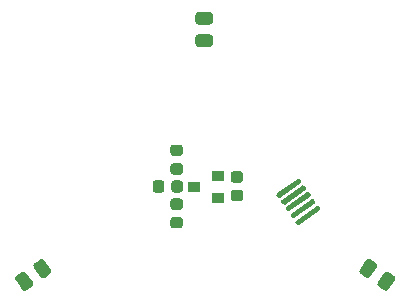
<source format=gbs>
G04 #@! TF.GenerationSoftware,KiCad,Pcbnew,(5.1.6)-1*
G04 #@! TF.CreationDate,2020-12-22T11:04:26+08:00*
G04 #@! TF.ProjectId,LED_A1.0,4c45445f-4131-42e3-902e-6b696361645f,rev?*
G04 #@! TF.SameCoordinates,Original*
G04 #@! TF.FileFunction,Soldermask,Bot*
G04 #@! TF.FilePolarity,Negative*
%FSLAX46Y46*%
G04 Gerber Fmt 4.6, Leading zero omitted, Abs format (unit mm)*
G04 Created by KiCad (PCBNEW (5.1.6)-1) date 2020-12-22 11:04:26*
%MOMM*%
%LPD*%
G01*
G04 APERTURE LIST*
%ADD10R,1.000000X0.900000*%
G04 APERTURE END LIST*
G36*
G01*
X33570900Y-29347850D02*
X33570900Y-29910350D01*
G75*
G02*
X33327150Y-30154100I-243750J0D01*
G01*
X32839650Y-30154100D01*
G75*
G02*
X32595900Y-29910350I0J243750D01*
G01*
X32595900Y-29347850D01*
G75*
G02*
X32839650Y-29104100I243750J0D01*
G01*
X33327150Y-29104100D01*
G75*
G02*
X33570900Y-29347850I0J-243750D01*
G01*
G37*
G36*
G01*
X35145900Y-29347850D02*
X35145900Y-29910350D01*
G75*
G02*
X34902150Y-30154100I-243750J0D01*
G01*
X34414650Y-30154100D01*
G75*
G02*
X34170900Y-29910350I0J243750D01*
G01*
X34170900Y-29347850D01*
G75*
G02*
X34414650Y-29104100I243750J0D01*
G01*
X34902150Y-29104100D01*
G75*
G02*
X35145900Y-29347850I0J-243750D01*
G01*
G37*
G36*
G01*
X34901450Y-27055800D02*
X34338950Y-27055800D01*
G75*
G02*
X34095200Y-26812050I0J243750D01*
G01*
X34095200Y-26324550D01*
G75*
G02*
X34338950Y-26080800I243750J0D01*
G01*
X34901450Y-26080800D01*
G75*
G02*
X35145200Y-26324550I0J-243750D01*
G01*
X35145200Y-26812050D01*
G75*
G02*
X34901450Y-27055800I-243750J0D01*
G01*
G37*
G36*
G01*
X34901450Y-28630800D02*
X34338950Y-28630800D01*
G75*
G02*
X34095200Y-28387050I0J243750D01*
G01*
X34095200Y-27899550D01*
G75*
G02*
X34338950Y-27655800I243750J0D01*
G01*
X34901450Y-27655800D01*
G75*
G02*
X35145200Y-27899550I0J-243750D01*
G01*
X35145200Y-28387050D01*
G75*
G02*
X34901450Y-28630800I-243750J0D01*
G01*
G37*
G36*
G01*
X34338950Y-32202400D02*
X34901450Y-32202400D01*
G75*
G02*
X35145200Y-32446150I0J-243750D01*
G01*
X35145200Y-32933650D01*
G75*
G02*
X34901450Y-33177400I-243750J0D01*
G01*
X34338950Y-33177400D01*
G75*
G02*
X34095200Y-32933650I0J243750D01*
G01*
X34095200Y-32446150D01*
G75*
G02*
X34338950Y-32202400I243750J0D01*
G01*
G37*
G36*
G01*
X34338950Y-30627400D02*
X34901450Y-30627400D01*
G75*
G02*
X35145200Y-30871150I0J-243750D01*
G01*
X35145200Y-31358650D01*
G75*
G02*
X34901450Y-31602400I-243750J0D01*
G01*
X34338950Y-31602400D01*
G75*
G02*
X34095200Y-31358650I0J243750D01*
G01*
X34095200Y-30871150D01*
G75*
G02*
X34338950Y-30627400I243750J0D01*
G01*
G37*
G36*
G01*
X39444350Y-29903700D02*
X40006850Y-29903700D01*
G75*
G02*
X40250600Y-30147450I0J-243750D01*
G01*
X40250600Y-30634950D01*
G75*
G02*
X40006850Y-30878700I-243750J0D01*
G01*
X39444350Y-30878700D01*
G75*
G02*
X39200600Y-30634950I0J243750D01*
G01*
X39200600Y-30147450D01*
G75*
G02*
X39444350Y-29903700I243750J0D01*
G01*
G37*
G36*
G01*
X39444350Y-28328700D02*
X40006850Y-28328700D01*
G75*
G02*
X40250600Y-28572450I0J-243750D01*
G01*
X40250600Y-29059950D01*
G75*
G02*
X40006850Y-29303700I-243750J0D01*
G01*
X39444350Y-29303700D01*
G75*
G02*
X39200600Y-29059950I0J243750D01*
G01*
X39200600Y-28572450D01*
G75*
G02*
X39444350Y-28328700I243750J0D01*
G01*
G37*
D10*
X36109400Y-29654500D03*
X38109400Y-30604500D03*
X38109400Y-28704500D03*
G36*
G01*
X21875306Y-36957314D02*
X22427373Y-37745747D01*
G75*
G02*
X22361375Y-38120043I-220147J-154149D01*
G01*
X21921081Y-38428341D01*
G75*
G02*
X21546785Y-38362343I-154149J220147D01*
G01*
X20994717Y-37573909D01*
G75*
G02*
X21060715Y-37199613I220147J154149D01*
G01*
X21501009Y-36891315D01*
G75*
G02*
X21875305Y-36957313I154149J-220147D01*
G01*
G37*
G36*
G01*
X23411216Y-35881858D02*
X23963283Y-36670291D01*
G75*
G02*
X23897285Y-37044587I-220147J-154149D01*
G01*
X23456991Y-37352885D01*
G75*
G02*
X23082695Y-37286887I-154149J220147D01*
G01*
X22530627Y-36498453D01*
G75*
G02*
X22596625Y-36124157I220147J154149D01*
G01*
X23036919Y-35815859D01*
G75*
G02*
X23411215Y-35881857I154149J-220147D01*
G01*
G37*
G36*
G01*
X37425550Y-15932200D02*
X36463050Y-15932200D01*
G75*
G02*
X36194300Y-15663450I0J268750D01*
G01*
X36194300Y-15125950D01*
G75*
G02*
X36463050Y-14857200I268750J0D01*
G01*
X37425550Y-14857200D01*
G75*
G02*
X37694300Y-15125950I0J-268750D01*
G01*
X37694300Y-15663450D01*
G75*
G02*
X37425550Y-15932200I-268750J0D01*
G01*
G37*
G36*
G01*
X37425550Y-17807200D02*
X36463050Y-17807200D01*
G75*
G02*
X36194300Y-17538450I0J268750D01*
G01*
X36194300Y-17000950D01*
G75*
G02*
X36463050Y-16732200I268750J0D01*
G01*
X37425550Y-16732200D01*
G75*
G02*
X37694300Y-17000950I0J-268750D01*
G01*
X37694300Y-17538450D01*
G75*
G02*
X37425550Y-17807200I-268750J0D01*
G01*
G37*
G36*
G01*
X51664427Y-37733048D02*
X52216495Y-36944613D01*
G75*
G02*
X52590791Y-36878615I220147J-154149D01*
G01*
X53031085Y-37186913D01*
G75*
G02*
X53097083Y-37561209I-154149J-220147D01*
G01*
X52545015Y-38349643D01*
G75*
G02*
X52170719Y-38415641I-220147J154149D01*
G01*
X51730425Y-38107343D01*
G75*
G02*
X51664427Y-37733047I154149J220147D01*
G01*
G37*
G36*
G01*
X50128517Y-36657592D02*
X50680585Y-35869157D01*
G75*
G02*
X51054881Y-35803159I220147J-154149D01*
G01*
X51495175Y-36111457D01*
G75*
G02*
X51561173Y-36485753I-154149J-220147D01*
G01*
X51009105Y-37274187D01*
G75*
G02*
X50634809Y-37340185I-220147J154149D01*
G01*
X50194515Y-37031887D01*
G75*
G02*
X50128517Y-36657591I154149J220147D01*
G01*
G37*
G36*
G01*
X44304020Y-31933669D02*
X46085676Y-30686140D01*
G75*
G02*
X46242358Y-30713768I64527J-92155D01*
G01*
X46371413Y-30898077D01*
G75*
G02*
X46343785Y-31054759I-92155J-64527D01*
G01*
X44562130Y-32302288D01*
G75*
G02*
X44405448Y-32274660I-64527J92155D01*
G01*
X44276393Y-32090351D01*
G75*
G02*
X44304021Y-31933669I92155J64527D01*
G01*
G37*
G36*
G01*
X43902517Y-31360263D02*
X45684173Y-30112734D01*
G75*
G02*
X45840855Y-30140362I64527J-92155D01*
G01*
X45969910Y-30324671D01*
G75*
G02*
X45942282Y-30481353I-92155J-64527D01*
G01*
X44160627Y-31728882D01*
G75*
G02*
X44003945Y-31701254I-64527J92155D01*
G01*
X43874890Y-31516945D01*
G75*
G02*
X43902518Y-31360263I92155J64527D01*
G01*
G37*
G36*
G01*
X43501013Y-30786856D02*
X45282669Y-29539327D01*
G75*
G02*
X45439351Y-29566955I64527J-92155D01*
G01*
X45568406Y-29751264D01*
G75*
G02*
X45540778Y-29907946I-92155J-64527D01*
G01*
X43759123Y-31155475D01*
G75*
G02*
X43602441Y-31127847I-64527J92155D01*
G01*
X43473386Y-30943538D01*
G75*
G02*
X43501014Y-30786856I92155J64527D01*
G01*
G37*
G36*
G01*
X44705524Y-32507075D02*
X46487180Y-31259546D01*
G75*
G02*
X46643862Y-31287174I64527J-92155D01*
G01*
X46772917Y-31471483D01*
G75*
G02*
X46745289Y-31628165I-92155J-64527D01*
G01*
X44963634Y-32875694D01*
G75*
G02*
X44806952Y-32848066I-64527J92155D01*
G01*
X44677897Y-32663757D01*
G75*
G02*
X44705525Y-32507075I92155J64527D01*
G01*
G37*
G36*
G01*
X43099510Y-30213450D02*
X44881166Y-28965921D01*
G75*
G02*
X45037848Y-28993549I64527J-92155D01*
G01*
X45166903Y-29177858D01*
G75*
G02*
X45139275Y-29334540I-92155J-64527D01*
G01*
X43357620Y-30582069D01*
G75*
G02*
X43200938Y-30554441I-64527J92155D01*
G01*
X43071883Y-30370132D01*
G75*
G02*
X43099511Y-30213450I92155J64527D01*
G01*
G37*
M02*

</source>
